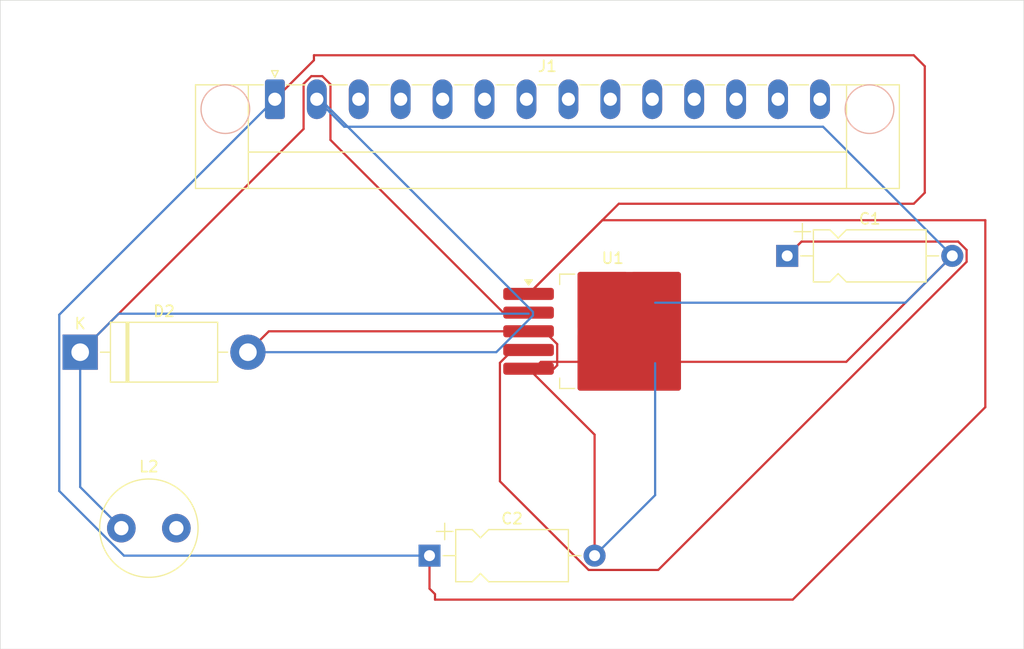
<source format=kicad_pcb>
(kicad_pcb (version 20241229) (generator "pcbnew") (generator_version "9.0")
  (layers (0 "F.Cu" signal) (2 "B.Cu" signal) (13 "F.Paste" user) (15 "B.Paste" user) (5 "F.SilkS" user "F.Silkscreen") (7 "B.SilkS" user "B.Silkscreen") (1 "F.Mask" user) (3 "B.Mask" user) (25 "Edge.Cuts" user))
  (net 0 "")
  (net 1 "GND")
  (net 2 "Net-(D2-K)")
  (net 3 "+12V")
  (net 4 "Net-(U1-FB)")
  (net 5 "VCC")
  (footprint "Inductor_THT:L_Radial_D8.7mm_P5.00mm_Fastron_07HCP" (layer "F.Cu") (at 120 131)
    (property "Reference" "L2" (at 2.5 -5.6 0) (layer "F.SilkS"))
    (property "Value" "33uH")
    (fp_circle (center 2.5 0) (end 6.97 0) (stroke (width 0.12)) (fill no) (layer "F.SilkS"))
    (pad "1" thru_hole circle (at 0 0) (size 2.6 2.6) (drill 1.3) (layers "*.Cu" "*.Mask") (net 2 "Net-(D2-K)"))
    (pad "2" thru_hole circle (at 5 0) (size 2.6 2.6) (drill 1.3) (layers "*.Cu" "*.Mask") (net 5 "VCC"))
  )
  (footprint "Capacitor_THT:CP_Axial_L10.0mm_D4.5mm_P15.00mm_Horizontal" (layer "F.Cu") (at 180.5 106.2425)
    (property "Reference" "C1" (at 7.5 -3.37 0) (layer "F.SilkS"))
    (property "Value" "4.7uF")
    (fp_line (start 0.63 -2.2) (end 2.13 -2.2) (stroke (width 0.12)) (layer "F.SilkS"))
    (fp_line (start 1.24 0) (end 2.38 0) (stroke (width 0.12)) (layer "F.SilkS"))
    (fp_line (start 1.38 -2.95) (end 1.38 -1.45) (stroke (width 0.12)) (layer "F.SilkS"))
    (fp_line (start 2.38 -2.37) (end 2.38 2.37) (stroke (width 0.12)) (layer "F.SilkS"))
    (fp_line (start 2.38 -2.37) (end 3.88 -2.37) (stroke (width 0.12)) (layer "F.SilkS"))
    (fp_line (start 2.38 2.37) (end 3.88 2.37) (stroke (width 0.12)) (layer "F.SilkS"))
    (fp_line (start 3.88 -2.37) (end 4.63 -1.62) (stroke (width 0.12)) (layer "F.SilkS"))
    (fp_line (start 3.88 2.37) (end 4.63 1.62) (stroke (width 0.12)) (layer "F.SilkS"))
    (fp_line (start 4.63 -1.62) (end 5.38 -2.37) (stroke (width 0.12)) (layer "F.SilkS"))
    (fp_line (start 4.63 1.62) (end 5.38 2.37) (stroke (width 0.12)) (layer "F.SilkS"))
    (fp_line (start 5.38 -2.37) (end 12.62 -2.37) (stroke (width 0.12)) (layer "F.SilkS"))
    (fp_line (start 5.38 2.37) (end 12.62 2.37) (stroke (width 0.12)) (layer "F.SilkS"))
    (fp_line (start 12.62 -2.37) (end 12.62 2.37) (stroke (width 0.12)) (layer "F.SilkS"))
    (fp_line (start 13.76 0) (end 12.62 0) (stroke (width 0.12)) (layer "F.SilkS"))
    (pad "1" thru_hole rect (at 0 0) (size 2 2) (drill 1) (layers "*.Cu" "*.Mask") (net 4 "Net-(U1-FB)"))
    (pad "2" thru_hole oval (at 15 0) (size 2 2) (drill 1) (layers "*.Cu" "*.Mask") (net 1 "GND"))
  )
  (footprint "Package_TO_SOT_SMD:TO-263-5_TabPin3" (layer "F.Cu") (at 164.65 113.1)
    (property "Reference" "U1" (at 0 -6.65 0) (layer "F.SilkS"))
    (property "Value" "LM2596S-3.3")
    (fp_line (start -4.825 -5.2) (end -4.825 -4.25) (stroke (width 0.12)) (layer "F.SilkS"))
    (fp_line (start -4.825 5.2) (end -4.825 4.25) (stroke (width 0.12)) (layer "F.SilkS"))
    (fp_line (start -3.46 -5.2) (end -4.825 -5.2) (stroke (width 0.12)) (layer "F.SilkS"))
    (fp_line (start -3.46 5.2) (end -4.825 5.2) (stroke (width 0.12)) (layer "F.SilkS"))
    (fp_poly (pts (xy -7.65 -4.21) (xy -7.99 -4.68) (xy -7.31 -4.68) (xy -7.65 -4.21)) (stroke (width 0.12)) (fill yes) (layer "F.SilkS"))
    (pad "1" smd roundrect (at -7.65 -3.4) (size 4.6 1.1) (layers "F.Cu" "F.Mask" "F.Paste") (roundrect_rratio 0.227273) (net 3 "+12V"))
    (pad "2" smd roundrect (at -7.65 -1.7) (size 4.6 1.1) (layers "F.Cu" "F.Mask" "F.Paste") (roundrect_rratio 0.227273) (net 2 "Net-(D2-K)"))
    (pad "3" smd roundrect (at -7.65 0) (size 4.6 1.1) (layers "F.Cu" "F.Mask" "F.Paste") (roundrect_rratio 0.227273) (net 1 "GND"))
    (pad "3" smd roundrect (at -0.925 -2.775) (size 4.55 5.25) (layers "F.Cu" "F.Paste") (roundrect_rratio 0.054945) (net 1 "GND"))
    (pad "3" smd roundrect (at -0.925 2.775) (size 4.55 5.25) (layers "F.Cu" "F.Paste") (roundrect_rratio 0.054945) (net 1 "GND"))
    (pad "3" smd roundrect (at 1.5 0) (size 9.4 10.8) (layers "F.Cu" "F.Mask") (roundrect_rratio 0.026596) (net 1 "GND"))
    (pad "3" smd roundrect (at 3.925 -2.775) (size 4.55 5.25) (layers "F.Cu" "F.Paste") (roundrect_rratio 0.054945) (net 1 "GND"))
    (pad "3" smd roundrect (at 3.925 2.775) (size 4.55 5.25) (layers "F.Cu" "F.Paste") (roundrect_rratio 0.054945) (net 1 "GND"))
    (pad "4" smd roundrect (at -7.65 1.7) (size 4.6 1.1) (layers "F.Cu" "F.Mask" "F.Paste") (roundrect_rratio 0.227273) (net 4 "Net-(U1-FB)"))
    (pad "5" smd roundrect (at -7.65 3.4) (size 4.6 1.1) (layers "F.Cu" "F.Mask" "F.Paste") (roundrect_rratio 0.227273) (net 1 "GND"))
  )
  (footprint "Connector_Phoenix_MC:PhoenixContact_MC_1,5_14-GF-3.81_1x14_P3.81mm_Horizontal_ThreadedFlange_MountHole" (layer "F.Cu") (at 133.95 92)
    (property "Reference" "J1" (at 24.76 -3 0) (layer "F.SilkS"))
    (property "Value" "Conn_01x02")
    (fp_line (start -7.21 -1.31) (end -7.21 8.11) (stroke (width 0.12)) (layer "F.SilkS"))
    (fp_line (start -7.21 -1.31) (end -1.05 -1.31) (stroke (width 0.12)) (layer "F.SilkS"))
    (fp_line (start -7.21 8.11) (end 56.74 8.11) (stroke (width 0.12)) (layer "F.SilkS"))
    (fp_line (start -2.41 -1.31) (end -2.41 8.11) (stroke (width 0.12)) (layer "F.SilkS"))
    (fp_line (start -2.41 4.8) (end 51.94 4.8) (stroke (width 0.12)) (layer "F.SilkS"))
    (fp_line (start -0.3 -2.6) (end 0.3 -2.6) (stroke (width 0.12)) (layer "F.SilkS"))
    (fp_line (start 0 -2) (end -0.3 -2.6) (stroke (width 0.12)) (layer "F.SilkS"))
    (fp_line (start 0.3 -2.6) (end 0 -2) (stroke (width 0.12)) (layer "F.SilkS"))
    (fp_line (start 1.05 -1.31) (end 2.76 -1.31) (stroke (width 0.12)) (layer "F.SilkS"))
    (fp_line (start 4.86 -1.31) (end 6.57 -1.31) (stroke (width 0.12)) (layer "F.SilkS"))
    (fp_line (start 8.67 -1.31) (end 10.38 -1.31) (stroke (width 0.12)) (layer "F.SilkS"))
    (fp_line (start 12.48 -1.31) (end 14.19 -1.31) (stroke (width 0.12)) (layer "F.SilkS"))
    (fp_line (start 16.29 -1.31) (end 18 -1.31) (stroke (width 0.12)) (layer "F.SilkS"))
    (fp_line (start 20.1 -1.31) (end 21.81 -1.31) (stroke (width 0.12)) (layer "F.SilkS"))
    (fp_line (start 23.91 -1.31) (end 25.62 -1.31) (stroke (width 0.12)) (layer "F.SilkS"))
    (fp_line (start 27.72 -1.31) (end 29.43 -1.31) (stroke (width 0.12)) (layer "F.SilkS"))
    (fp_line (start 31.53 -1.31) (end 33.24 -1.31) (stroke (width 0.12)) (layer "F.SilkS"))
    (fp_line (start 35.34 -1.31) (end 37.05 -1.31) (stroke (width 0.12)) (layer "F.SilkS"))
    (fp_line (start 39.15 -1.31) (end 40.86 -1.31) (stroke (width 0.12)) (layer "F.SilkS"))
    (fp_line (start 42.96 -1.31) (end 44.67 -1.31) (stroke (width 0.12)) (layer "F.SilkS"))
    (fp_line (start 46.77 -1.31) (end 48.48 -1.31) (stroke (width 0.12)) (layer "F.SilkS"))
    (fp_line (start 51.94 -1.31) (end 51.94 8.11) (stroke (width 0.12)) (layer "F.SilkS"))
    (fp_line (start 56.74 -1.31) (end 50.58 -1.31) (stroke (width 0.12)) (layer "F.SilkS"))
    (fp_line (start 56.74 8.11) (end 56.74 -1.31) (stroke (width 0.12)) (layer "F.SilkS"))
    (fp_circle (center -4.5 0.9) (end -2.29 0.9) (stroke (width 0.12)) (fill no) (layer "B.SilkS"))
    (fp_circle (center 54.03 0.9) (end 56.24 0.9) (stroke (width 0.12)) (fill no) (layer "B.SilkS"))
    (pad "" np_thru_hole circle (at -4.5 0.9) (size 2.4 2.4) (drill 2.4) (layers "*.Cu" "*.Mask"))
    (pad "" np_thru_hole circle (at 54.03 0.9) (size 2.4 2.4) (drill 2.4) (layers "*.Cu" "*.Mask"))
    (pad "1" thru_hole roundrect (at 0 0) (size 1.8 3.6) (drill 1.2) (layers "*.Cu" "*.Mask") (roundrect_rratio 0.138889) (net 3 "+12V"))
    (pad "2" thru_hole oval (at 3.81 0) (size 1.8 3.6) (drill 1.2) (layers "*.Cu" "*.Mask") (net 1 "GND"))
    (pad "3" thru_hole oval (at 7.62 0) (size 1.8 3.6) (drill 1.2) (layers "*.Cu" "*.Mask"))
    (pad "4" thru_hole oval (at 11.43 0) (size 1.8 3.6) (drill 1.2) (layers "*.Cu" "*.Mask"))
    (pad "5" thru_hole oval (at 15.24 0) (size 1.8 3.6) (drill 1.2) (layers "*.Cu" "*.Mask"))
    (pad "6" thru_hole oval (at 19.05 0) (size 1.8 3.6) (drill 1.2) (layers "*.Cu" "*.Mask"))
    (pad "7" thru_hole oval (at 22.86 0) (size 1.8 3.6) (drill 1.2) (layers "*.Cu" "*.Mask"))
    (pad "8" thru_hole oval (at 26.67 0) (size 1.8 3.6) (drill 1.2) (layers "*.Cu" "*.Mask"))
    (pad "9" thru_hole oval (at 30.48 0) (size 1.8 3.6) (drill 1.2) (layers "*.Cu" "*.Mask"))
    (pad "10" thru_hole oval (at 34.29 0) (size 1.8 3.6) (drill 1.2) (layers "*.Cu" "*.Mask"))
    (pad "11" thru_hole oval (at 38.1 0) (size 1.8 3.6) (drill 1.2) (layers "*.Cu" "*.Mask"))
    (pad "12" thru_hole oval (at 41.91 0) (size 1.8 3.6) (drill 1.2) (layers "*.Cu" "*.Mask"))
    (pad "13" thru_hole oval (at 45.72 0) (size 1.8 3.6) (drill 1.2) (layers "*.Cu" "*.Mask"))
    (pad "14" thru_hole oval (at 49.53 0) (size 1.8 3.6) (drill 1.2) (layers "*.Cu" "*.Mask"))
  )
  (footprint "Capacitor_THT:CP_Axial_L10.0mm_D4.5mm_P15.00mm_Horizontal" (layer "F.Cu") (at 148 133.5)
    (property "Reference" "C2" (at 7.5 -3.37 0) (layer "F.SilkS"))
    (property "Value" "39uF")
    (fp_line (start 0.63 -2.2) (end 2.13 -2.2) (stroke (width 0.12)) (layer "F.SilkS"))
    (fp_line (start 1.24 0) (end 2.38 0) (stroke (width 0.12)) (layer "F.SilkS"))
    (fp_line (start 1.38 -2.95) (end 1.38 -1.45) (stroke (width 0.12)) (layer "F.SilkS"))
    (fp_line (start 2.38 -2.37) (end 2.38 2.37) (stroke (width 0.12)) (layer "F.SilkS"))
    (fp_line (start 2.38 -2.37) (end 3.88 -2.37) (stroke (width 0.12)) (layer "F.SilkS"))
    (fp_line (start 2.38 2.37) (end 3.88 2.37) (stroke (width 0.12)) (layer "F.SilkS"))
    (fp_line (start 3.88 -2.37) (end 4.63 -1.62) (stroke (width 0.12)) (layer "F.SilkS"))
    (fp_line (start 3.88 2.37) (end 4.63 1.62) (stroke (width 0.12)) (layer "F.SilkS"))
    (fp_line (start 4.63 -1.62) (end 5.38 -2.37) (stroke (width 0.12)) (layer "F.SilkS"))
    (fp_line (start 4.63 1.62) (end 5.38 2.37) (stroke (width 0.12)) (layer "F.SilkS"))
    (fp_line (start 5.38 -2.37) (end 12.62 -2.37) (stroke (width 0.12)) (layer "F.SilkS"))
    (fp_line (start 5.38 2.37) (end 12.62 2.37) (stroke (width 0.12)) (layer "F.SilkS"))
    (fp_line (start 12.62 -2.37) (end 12.62 2.37) (stroke (width 0.12)) (layer "F.SilkS"))
    (fp_line (start 13.76 0) (end 12.62 0) (stroke (width 0.12)) (layer "F.SilkS"))
    (pad "1" thru_hole rect (at 0 0) (size 2 2) (drill 1) (layers "*.Cu" "*.Mask") (net 3 "+12V"))
    (pad "2" thru_hole oval (at 15 0) (size 2 2) (drill 1) (layers "*.Cu" "*.Mask") (net 1 "GND"))
  )
  (footprint "Diode_THT:D_DO-201AD_P15.24mm_Horizontal" (layer "F.Cu") (at 116.26 115)
    (property "Reference" "D2" (at 7.62 -3.72 0) (layer "F.SilkS"))
    (property "Value" "1N5822")
    (fp_line (start 1.84 0) (end 2.75 0) (stroke (width 0.12)) (layer "F.SilkS"))
    (fp_line (start 2.75 -2.72) (end 2.75 2.72) (stroke (width 0.12)) (layer "F.SilkS"))
    (fp_line (start 2.75 2.72) (end 12.49 2.72) (stroke (width 0.12)) (layer "F.SilkS"))
    (fp_line (start 4.175 -2.72) (end 4.175 2.72) (stroke (width 0.12)) (layer "F.SilkS"))
    (fp_line (start 4.295 -2.72) (end 4.295 2.72) (stroke (width 0.12)) (layer "F.SilkS"))
    (fp_line (start 4.415 -2.72) (end 4.415 2.72) (stroke (width 0.12)) (layer "F.SilkS"))
    (fp_line (start 12.49 -2.72) (end 2.75 -2.72) (stroke (width 0.12)) (layer "F.SilkS"))
    (fp_line (start 12.49 2.72) (end 12.49 -2.72) (stroke (width 0.12)) (layer "F.SilkS"))
    (fp_line (start 13.4 0) (end 12.49 0) (stroke (width 0.12)) (layer "F.SilkS"))
    (fp_text user "K" (at 0 -2.6 0) (layer "F.SilkS"))
    (pad "1" thru_hole rect (at 0 0) (size 3.2 3.2) (drill 1.6) (layers "*.Cu" "*.Mask") (net 2 "Net-(D2-K)"))
    (pad "2" thru_hole oval (at 15.24 0) (size 3.2 3.2) (drill 1.6) (layers "*.Cu" "*.Mask") (net 1 "GND"))
  )
  (gr_rect (start 109 83) (end 202 142) (stroke (width 0.05)) (fill no) (layer "Edge.Cuts"))
  (segment (start 157 113.1) (end 158.43616 113.1) (width 0.2) (layer "F.Cu") (net 1))
  (segment (start 163 122.5) (end 163 133.5) (width 0.2) (layer "F.Cu") (net 1))
  (segment (start 163.725 115.875) (end 185.8675 115.875) (width 0.2) (layer "F.Cu") (net 1))
  (segment (start 157 116.5) (end 163 122.5) (width 0.2) (layer "F.Cu") (net 1))
  (segment (start 185.8675 115.875) (end 195.5 106.2425) (width 0.2) (layer "F.Cu") (net 1))
  (segment (start 159.601 116.199) (end 159.3 116.5) (width 0.2) (layer "F.Cu") (net 1))
  (segment (start 131.5 115) (end 133.4 113.1) (width 0.2) (layer "F.Cu") (net 1))
  (segment (start 159.601 114.26484) (end 159.601 116.199) (width 0.2) (layer "F.Cu") (net 1))
  (segment (start 158.125 115.875) (end 163.725 115.875) (width 0.2) (layer "F.Cu") (net 1))
  (segment (start 158.43616 113.1) (end 159.601 114.26484) (width 0.2) (layer "F.Cu") (net 1))
  (segment (start 133.4 113.1) (end 157 113.1) (width 0.2) (layer "F.Cu") (net 1))
  (segment (start 159.3 116.5) (end 157 116.5) (width 0.2) (layer "F.Cu") (net 1))
  (segment (start 157.5 116.5) (end 158.125 115.875) (width 0.2) (layer "F.Cu") (net 1))
  (segment (start 157 116.5) (end 157.5 116.5) (width 0.2) (layer "F.Cu") (net 1))
  (segment (start 157.401 111.3339) (end 138.0671 92) (width 0.2) (layer "B.Cu") (net 1))
  (segment (start 157.401 111.6661) (end 157.401 111.3339) (width 0.2) (layer "B.Cu") (net 1))
  (segment (start 131.5 115) (end 154.0671 115) (width 0.2) (layer "B.Cu") (net 1))
  (segment (start 195.5 106.2425) (end 191.2425 110.5) (width 0.2) (layer "B.Cu") (net 1))
  (segment (start 163 133.5) (end 168.5 128) (width 0.2) (layer "B.Cu") (net 1))
  (segment (start 138.0671 92) (end 137.76 92) (width 0.2) (layer "B.Cu") (net 1))
  (segment (start 168.5 128) (end 168.5 116) (width 0.2) (layer "B.Cu") (net 1))
  (segment (start 140.26 94.5) (end 183.7575 94.5) (width 0.2) (layer "B.Cu") (net 1))
  (segment (start 154.0671 115) (end 157.401 111.6661) (width 0.2) (layer "B.Cu") (net 1))
  (segment (start 191.2425 110.5) (end 168.5 110.5) (width 0.2) (layer "B.Cu") (net 1))
  (segment (start 137.76 92) (end 140.26 94.5) (width 0.2) (layer "B.Cu") (net 1))
  (segment (start 183.7575 94.5) (end 195.5 106.2425) (width 0.2) (layer "B.Cu") (net 1))
  (segment (start 136.559 94.701) (end 136.559 90.60253) (width 0.2) (layer "F.Cu") (net 2))
  (segment (start 138.25747 89.899) (end 139 90.64153) (width 0.2) (layer "F.Cu") (net 2))
  (segment (start 154.7 111.4) (end 157 111.4) (width 0.2) (layer "F.Cu") (net 2))
  (segment (start 139 95.7) (end 154.7 111.4) (width 0.2) (layer "F.Cu") (net 2))
  (segment (start 136.559 90.60253) (end 137.26253 89.899) (width 0.2) (layer "F.Cu") (net 2))
  (segment (start 116.26 115) (end 136.559 94.701) (width 0.2) (layer "F.Cu") (net 2))
  (segment (start 139 90.64153) (end 139 95.7) (width 0.2) (layer "F.Cu") (net 2))
  (segment (start 137.26253 89.899) (end 138.25747 89.899) (width 0.2) (layer "F.Cu") (net 2))
  (segment (start 116.26 127.26) (end 116.26 115) (width 0.2) (layer "B.Cu") (net 2))
  (segment (start 119.76 111.5) (end 157 111.5) (width 0.2) (layer "B.Cu") (net 2))
  (segment (start 116.26 115) (end 119.76 111.5) (width 0.2) (layer "B.Cu") (net 2))
  (segment (start 120 131) (end 116.26 127.26) (width 0.2) (layer "B.Cu") (net 2))
  (segment (start 193 100.5) (end 192 101.5) (width 0.2) (layer "F.Cu") (net 3))
  (segment (start 192 101.5) (end 165.2 101.5) (width 0.2) (layer "F.Cu") (net 3))
  (segment (start 165.2 101.5) (end 157 109.7) (width 0.2) (layer "F.Cu") (net 3))
  (segment (start 192 88) (end 193 89) (width 0.2) (layer "F.Cu") (net 3))
  (segment (start 198.5 103) (end 198.5 120) (width 0.2) (layer "F.Cu") (net 3))
  (segment (start 148.5 137.5) (end 148.5 137) (width 0.2) (layer "F.Cu") (net 3))
  (segment (start 148.5 137) (end 148 136.5) (width 0.2) (layer "F.Cu") (net 3))
  (segment (start 137.5 88) (end 192 88) (width 0.2) (layer "F.Cu") (net 3))
  (segment (start 181 137.5) (end 148.5 137.5) (width 0.2) (layer "F.Cu") (net 3))
  (segment (start 157 109.7) (end 163.7 103) (width 0.2) (layer "F.Cu") (net 3))
  (segment (start 198.5 120) (end 181 137.5) (width 0.2) (layer "F.Cu") (net 3))
  (segment (start 163.7 103) (end 198.5 103) (width 0.2) (layer "F.Cu") (net 3))
  (segment (start 133.95 92) (end 137.5 88.45) (width 0.2) (layer "F.Cu") (net 3))
  (segment (start 137.5 88.45) (end 137.5 88) (width 0.2) (layer "F.Cu") (net 3))
  (segment (start 148 136.5) (end 148 133.5) (width 0.2) (layer "F.Cu") (net 3))
  (segment (start 193 89) (end 193 100.5) (width 0.2) (layer "F.Cu") (net 3))
  (segment (start 114.359 111.591) (end 133.95 92) (width 0.2) (layer "B.Cu") (net 3))
  (segment (start 114.359 127.623156) (end 114.359 111.591) (width 0.2) (layer "B.Cu") (net 3))
  (segment (start 148 133.5) (end 120.235844 133.5) (width 0.2) (layer "B.Cu") (net 3))
  (segment (start 120.235844 133.5) (end 114.359 127.623156) (width 0.2) (layer "B.Cu") (net 3))
  (segment (start 196.801 106.781392) (end 196.801 105.703608) (width 0.2) (layer "F.Cu") (net 4))
  (segment (start 180.5 106.2425) (end 180.5 106) (width 0.2) (layer "F.Cu") (net 4))
  (segment (start 154.399 115.96484) (end 154.399 126.738892) (width 0.2) (layer "F.Cu") (net 4))
  (segment (start 157 114.8) (end 155.56384 114.8) (width 0.2) (layer "F.Cu") (net 4))
  (segment (start 196.038892 104.9415) (end 181.801 104.9415) (width 0.2) (layer "F.Cu") (net 4))
  (segment (start 181.801 104.9415) (end 180.5 106.2425) (width 0.2) (layer "F.Cu") (net 4))
  (segment (start 196.801 105.703608) (end 196.038892 104.9415) (width 0.2) (layer "F.Cu") (net 4))
  (segment (start 168.781392 134.801) (end 196.801 106.781392) (width 0.2) (layer "F.Cu") (net 4))
  (segment (start 155.56384 114.8) (end 154.399 115.96484) (width 0.2) (layer "F.Cu") (net 4))
  (segment (start 154.399 126.738892) (end 162.461108 134.801) (width 0.2) (layer "F.Cu") (net 4))
  (segment (start 162.461108 134.801) (end 168.781392 134.801) (width 0.2) (layer "F.Cu") (net 4))
)
</source>
